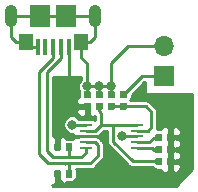
<source format=gtl>
G04 #@! TF.GenerationSoftware,KiCad,Pcbnew,5.0.2-bee76a0~70~ubuntu16.04.1*
G04 #@! TF.CreationDate,2018-12-16T16:52:19+05:30*
G04 #@! TF.ProjectId,voltage_6V,766f6c74-6167-4655-9f36-562e6b696361,rev?*
G04 #@! TF.SameCoordinates,Original*
G04 #@! TF.FileFunction,Copper,L1,Top*
G04 #@! TF.FilePolarity,Positive*
%FSLAX46Y46*%
G04 Gerber Fmt 4.6, Leading zero omitted, Abs format (unit mm)*
G04 Created by KiCad (PCBNEW 5.0.2-bee76a0~70~ubuntu16.04.1) date Sun Dec 16 16:52:19 2018*
%MOMM*%
%LPD*%
G01*
G04 APERTURE LIST*
G04 #@! TA.AperFunction,Conductor*
%ADD10C,0.100000*%
G04 #@! TD*
G04 #@! TA.AperFunction,SMDPad,CuDef*
%ADD11C,0.590000*%
G04 #@! TD*
G04 #@! TA.AperFunction,SMDPad,CuDef*
%ADD12R,1.100000X0.250000*%
G04 #@! TD*
G04 #@! TA.AperFunction,SMDPad,CuDef*
%ADD13R,1.750000X1.900000*%
G04 #@! TD*
G04 #@! TA.AperFunction,SMDPad,CuDef*
%ADD14R,0.400000X1.400000*%
G04 #@! TD*
G04 #@! TA.AperFunction,ComponentPad*
%ADD15O,1.050000X1.900000*%
G04 #@! TD*
G04 #@! TA.AperFunction,SMDPad,CuDef*
%ADD16R,1.150000X1.450000*%
G04 #@! TD*
G04 #@! TA.AperFunction,ComponentPad*
%ADD17R,1.700000X1.700000*%
G04 #@! TD*
G04 #@! TA.AperFunction,ComponentPad*
%ADD18O,1.700000X1.700000*%
G04 #@! TD*
G04 #@! TA.AperFunction,ViaPad*
%ADD19C,0.800000*%
G04 #@! TD*
G04 #@! TA.AperFunction,Conductor*
%ADD20C,0.250000*%
G04 #@! TD*
G04 #@! TA.AperFunction,Conductor*
%ADD21C,0.254000*%
G04 #@! TD*
G04 APERTURE END LIST*
D10*
G04 #@! TO.N,/A1*
G04 #@! TO.C,R2*
G36*
X154176958Y-98480710D02*
X154191276Y-98482834D01*
X154205317Y-98486351D01*
X154218946Y-98491228D01*
X154232031Y-98497417D01*
X154244447Y-98504858D01*
X154256073Y-98513481D01*
X154266798Y-98523202D01*
X154276519Y-98533927D01*
X154285142Y-98545553D01*
X154292583Y-98557969D01*
X154298772Y-98571054D01*
X154303649Y-98584683D01*
X154307166Y-98598724D01*
X154309290Y-98613042D01*
X154310000Y-98627500D01*
X154310000Y-98972500D01*
X154309290Y-98986958D01*
X154307166Y-99001276D01*
X154303649Y-99015317D01*
X154298772Y-99028946D01*
X154292583Y-99042031D01*
X154285142Y-99054447D01*
X154276519Y-99066073D01*
X154266798Y-99076798D01*
X154256073Y-99086519D01*
X154244447Y-99095142D01*
X154232031Y-99102583D01*
X154218946Y-99108772D01*
X154205317Y-99113649D01*
X154191276Y-99117166D01*
X154176958Y-99119290D01*
X154162500Y-99120000D01*
X153867500Y-99120000D01*
X153853042Y-99119290D01*
X153838724Y-99117166D01*
X153824683Y-99113649D01*
X153811054Y-99108772D01*
X153797969Y-99102583D01*
X153785553Y-99095142D01*
X153773927Y-99086519D01*
X153763202Y-99076798D01*
X153753481Y-99066073D01*
X153744858Y-99054447D01*
X153737417Y-99042031D01*
X153731228Y-99028946D01*
X153726351Y-99015317D01*
X153722834Y-99001276D01*
X153720710Y-98986958D01*
X153720000Y-98972500D01*
X153720000Y-98627500D01*
X153720710Y-98613042D01*
X153722834Y-98598724D01*
X153726351Y-98584683D01*
X153731228Y-98571054D01*
X153737417Y-98557969D01*
X153744858Y-98545553D01*
X153753481Y-98533927D01*
X153763202Y-98523202D01*
X153773927Y-98513481D01*
X153785553Y-98504858D01*
X153797969Y-98497417D01*
X153811054Y-98491228D01*
X153824683Y-98486351D01*
X153838724Y-98482834D01*
X153853042Y-98480710D01*
X153867500Y-98480000D01*
X154162500Y-98480000D01*
X154176958Y-98480710D01*
X154176958Y-98480710D01*
G37*
D11*
G04 #@! TD*
G04 #@! TO.P,R2,2*
G04 #@! TO.N,/A1*
X154015000Y-98800000D03*
D10*
G04 #@! TO.N,+3V3*
G04 #@! TO.C,R2*
G36*
X155146958Y-98480710D02*
X155161276Y-98482834D01*
X155175317Y-98486351D01*
X155188946Y-98491228D01*
X155202031Y-98497417D01*
X155214447Y-98504858D01*
X155226073Y-98513481D01*
X155236798Y-98523202D01*
X155246519Y-98533927D01*
X155255142Y-98545553D01*
X155262583Y-98557969D01*
X155268772Y-98571054D01*
X155273649Y-98584683D01*
X155277166Y-98598724D01*
X155279290Y-98613042D01*
X155280000Y-98627500D01*
X155280000Y-98972500D01*
X155279290Y-98986958D01*
X155277166Y-99001276D01*
X155273649Y-99015317D01*
X155268772Y-99028946D01*
X155262583Y-99042031D01*
X155255142Y-99054447D01*
X155246519Y-99066073D01*
X155236798Y-99076798D01*
X155226073Y-99086519D01*
X155214447Y-99095142D01*
X155202031Y-99102583D01*
X155188946Y-99108772D01*
X155175317Y-99113649D01*
X155161276Y-99117166D01*
X155146958Y-99119290D01*
X155132500Y-99120000D01*
X154837500Y-99120000D01*
X154823042Y-99119290D01*
X154808724Y-99117166D01*
X154794683Y-99113649D01*
X154781054Y-99108772D01*
X154767969Y-99102583D01*
X154755553Y-99095142D01*
X154743927Y-99086519D01*
X154733202Y-99076798D01*
X154723481Y-99066073D01*
X154714858Y-99054447D01*
X154707417Y-99042031D01*
X154701228Y-99028946D01*
X154696351Y-99015317D01*
X154692834Y-99001276D01*
X154690710Y-98986958D01*
X154690000Y-98972500D01*
X154690000Y-98627500D01*
X154690710Y-98613042D01*
X154692834Y-98598724D01*
X154696351Y-98584683D01*
X154701228Y-98571054D01*
X154707417Y-98557969D01*
X154714858Y-98545553D01*
X154723481Y-98533927D01*
X154733202Y-98523202D01*
X154743927Y-98513481D01*
X154755553Y-98504858D01*
X154767969Y-98497417D01*
X154781054Y-98491228D01*
X154794683Y-98486351D01*
X154808724Y-98482834D01*
X154823042Y-98480710D01*
X154837500Y-98480000D01*
X155132500Y-98480000D01*
X155146958Y-98480710D01*
X155146958Y-98480710D01*
G37*
D11*
G04 #@! TD*
G04 #@! TO.P,R2,1*
G04 #@! TO.N,+3V3*
X154985000Y-98800000D03*
D10*
G04 #@! TO.N,/ALERT*
G04 #@! TO.C,R6*
G36*
X154176958Y-96455845D02*
X154191276Y-96457969D01*
X154205317Y-96461486D01*
X154218946Y-96466363D01*
X154232031Y-96472552D01*
X154244447Y-96479993D01*
X154256073Y-96488616D01*
X154266798Y-96498337D01*
X154276519Y-96509062D01*
X154285142Y-96520688D01*
X154292583Y-96533104D01*
X154298772Y-96546189D01*
X154303649Y-96559818D01*
X154307166Y-96573859D01*
X154309290Y-96588177D01*
X154310000Y-96602635D01*
X154310000Y-96947635D01*
X154309290Y-96962093D01*
X154307166Y-96976411D01*
X154303649Y-96990452D01*
X154298772Y-97004081D01*
X154292583Y-97017166D01*
X154285142Y-97029582D01*
X154276519Y-97041208D01*
X154266798Y-97051933D01*
X154256073Y-97061654D01*
X154244447Y-97070277D01*
X154232031Y-97077718D01*
X154218946Y-97083907D01*
X154205317Y-97088784D01*
X154191276Y-97092301D01*
X154176958Y-97094425D01*
X154162500Y-97095135D01*
X153867500Y-97095135D01*
X153853042Y-97094425D01*
X153838724Y-97092301D01*
X153824683Y-97088784D01*
X153811054Y-97083907D01*
X153797969Y-97077718D01*
X153785553Y-97070277D01*
X153773927Y-97061654D01*
X153763202Y-97051933D01*
X153753481Y-97041208D01*
X153744858Y-97029582D01*
X153737417Y-97017166D01*
X153731228Y-97004081D01*
X153726351Y-96990452D01*
X153722834Y-96976411D01*
X153720710Y-96962093D01*
X153720000Y-96947635D01*
X153720000Y-96602635D01*
X153720710Y-96588177D01*
X153722834Y-96573859D01*
X153726351Y-96559818D01*
X153731228Y-96546189D01*
X153737417Y-96533104D01*
X153744858Y-96520688D01*
X153753481Y-96509062D01*
X153763202Y-96498337D01*
X153773927Y-96488616D01*
X153785553Y-96479993D01*
X153797969Y-96472552D01*
X153811054Y-96466363D01*
X153824683Y-96461486D01*
X153838724Y-96457969D01*
X153853042Y-96455845D01*
X153867500Y-96455135D01*
X154162500Y-96455135D01*
X154176958Y-96455845D01*
X154176958Y-96455845D01*
G37*
D11*
G04 #@! TD*
G04 #@! TO.P,R6,2*
G04 #@! TO.N,/ALERT*
X154015000Y-96775135D03*
D10*
G04 #@! TO.N,+3V3*
G04 #@! TO.C,R6*
G36*
X155146958Y-96455845D02*
X155161276Y-96457969D01*
X155175317Y-96461486D01*
X155188946Y-96466363D01*
X155202031Y-96472552D01*
X155214447Y-96479993D01*
X155226073Y-96488616D01*
X155236798Y-96498337D01*
X155246519Y-96509062D01*
X155255142Y-96520688D01*
X155262583Y-96533104D01*
X155268772Y-96546189D01*
X155273649Y-96559818D01*
X155277166Y-96573859D01*
X155279290Y-96588177D01*
X155280000Y-96602635D01*
X155280000Y-96947635D01*
X155279290Y-96962093D01*
X155277166Y-96976411D01*
X155273649Y-96990452D01*
X155268772Y-97004081D01*
X155262583Y-97017166D01*
X155255142Y-97029582D01*
X155246519Y-97041208D01*
X155236798Y-97051933D01*
X155226073Y-97061654D01*
X155214447Y-97070277D01*
X155202031Y-97077718D01*
X155188946Y-97083907D01*
X155175317Y-97088784D01*
X155161276Y-97092301D01*
X155146958Y-97094425D01*
X155132500Y-97095135D01*
X154837500Y-97095135D01*
X154823042Y-97094425D01*
X154808724Y-97092301D01*
X154794683Y-97088784D01*
X154781054Y-97083907D01*
X154767969Y-97077718D01*
X154755553Y-97070277D01*
X154743927Y-97061654D01*
X154733202Y-97051933D01*
X154723481Y-97041208D01*
X154714858Y-97029582D01*
X154707417Y-97017166D01*
X154701228Y-97004081D01*
X154696351Y-96990452D01*
X154692834Y-96976411D01*
X154690710Y-96962093D01*
X154690000Y-96947635D01*
X154690000Y-96602635D01*
X154690710Y-96588177D01*
X154692834Y-96573859D01*
X154696351Y-96559818D01*
X154701228Y-96546189D01*
X154707417Y-96533104D01*
X154714858Y-96520688D01*
X154723481Y-96509062D01*
X154733202Y-96498337D01*
X154743927Y-96488616D01*
X154755553Y-96479993D01*
X154767969Y-96472552D01*
X154781054Y-96466363D01*
X154794683Y-96461486D01*
X154808724Y-96457969D01*
X154823042Y-96455845D01*
X154837500Y-96455135D01*
X155132500Y-96455135D01*
X155146958Y-96455845D01*
X155146958Y-96455845D01*
G37*
D11*
G04 #@! TD*
G04 #@! TO.P,R6,1*
G04 #@! TO.N,+3V3*
X154985000Y-96775135D03*
D10*
G04 #@! TO.N,/ADDR*
G04 #@! TO.C,R5*
G36*
X154176958Y-97471845D02*
X154191276Y-97473969D01*
X154205317Y-97477486D01*
X154218946Y-97482363D01*
X154232031Y-97488552D01*
X154244447Y-97495993D01*
X154256073Y-97504616D01*
X154266798Y-97514337D01*
X154276519Y-97525062D01*
X154285142Y-97536688D01*
X154292583Y-97549104D01*
X154298772Y-97562189D01*
X154303649Y-97575818D01*
X154307166Y-97589859D01*
X154309290Y-97604177D01*
X154310000Y-97618635D01*
X154310000Y-97963635D01*
X154309290Y-97978093D01*
X154307166Y-97992411D01*
X154303649Y-98006452D01*
X154298772Y-98020081D01*
X154292583Y-98033166D01*
X154285142Y-98045582D01*
X154276519Y-98057208D01*
X154266798Y-98067933D01*
X154256073Y-98077654D01*
X154244447Y-98086277D01*
X154232031Y-98093718D01*
X154218946Y-98099907D01*
X154205317Y-98104784D01*
X154191276Y-98108301D01*
X154176958Y-98110425D01*
X154162500Y-98111135D01*
X153867500Y-98111135D01*
X153853042Y-98110425D01*
X153838724Y-98108301D01*
X153824683Y-98104784D01*
X153811054Y-98099907D01*
X153797969Y-98093718D01*
X153785553Y-98086277D01*
X153773927Y-98077654D01*
X153763202Y-98067933D01*
X153753481Y-98057208D01*
X153744858Y-98045582D01*
X153737417Y-98033166D01*
X153731228Y-98020081D01*
X153726351Y-98006452D01*
X153722834Y-97992411D01*
X153720710Y-97978093D01*
X153720000Y-97963635D01*
X153720000Y-97618635D01*
X153720710Y-97604177D01*
X153722834Y-97589859D01*
X153726351Y-97575818D01*
X153731228Y-97562189D01*
X153737417Y-97549104D01*
X153744858Y-97536688D01*
X153753481Y-97525062D01*
X153763202Y-97514337D01*
X153773927Y-97504616D01*
X153785553Y-97495993D01*
X153797969Y-97488552D01*
X153811054Y-97482363D01*
X153824683Y-97477486D01*
X153838724Y-97473969D01*
X153853042Y-97471845D01*
X153867500Y-97471135D01*
X154162500Y-97471135D01*
X154176958Y-97471845D01*
X154176958Y-97471845D01*
G37*
D11*
G04 #@! TD*
G04 #@! TO.P,R5,2*
G04 #@! TO.N,/ADDR*
X154015000Y-97791135D03*
D10*
G04 #@! TO.N,+3V3*
G04 #@! TO.C,R5*
G36*
X155146958Y-97471845D02*
X155161276Y-97473969D01*
X155175317Y-97477486D01*
X155188946Y-97482363D01*
X155202031Y-97488552D01*
X155214447Y-97495993D01*
X155226073Y-97504616D01*
X155236798Y-97514337D01*
X155246519Y-97525062D01*
X155255142Y-97536688D01*
X155262583Y-97549104D01*
X155268772Y-97562189D01*
X155273649Y-97575818D01*
X155277166Y-97589859D01*
X155279290Y-97604177D01*
X155280000Y-97618635D01*
X155280000Y-97963635D01*
X155279290Y-97978093D01*
X155277166Y-97992411D01*
X155273649Y-98006452D01*
X155268772Y-98020081D01*
X155262583Y-98033166D01*
X155255142Y-98045582D01*
X155246519Y-98057208D01*
X155236798Y-98067933D01*
X155226073Y-98077654D01*
X155214447Y-98086277D01*
X155202031Y-98093718D01*
X155188946Y-98099907D01*
X155175317Y-98104784D01*
X155161276Y-98108301D01*
X155146958Y-98110425D01*
X155132500Y-98111135D01*
X154837500Y-98111135D01*
X154823042Y-98110425D01*
X154808724Y-98108301D01*
X154794683Y-98104784D01*
X154781054Y-98099907D01*
X154767969Y-98093718D01*
X154755553Y-98086277D01*
X154743927Y-98077654D01*
X154733202Y-98067933D01*
X154723481Y-98057208D01*
X154714858Y-98045582D01*
X154707417Y-98033166D01*
X154701228Y-98020081D01*
X154696351Y-98006452D01*
X154692834Y-97992411D01*
X154690710Y-97978093D01*
X154690000Y-97963635D01*
X154690000Y-97618635D01*
X154690710Y-97604177D01*
X154692834Y-97589859D01*
X154696351Y-97575818D01*
X154701228Y-97562189D01*
X154707417Y-97549104D01*
X154714858Y-97536688D01*
X154723481Y-97525062D01*
X154733202Y-97514337D01*
X154743927Y-97504616D01*
X154755553Y-97495993D01*
X154767969Y-97488552D01*
X154781054Y-97482363D01*
X154794683Y-97477486D01*
X154808724Y-97473969D01*
X154823042Y-97471845D01*
X154837500Y-97471135D01*
X155132500Y-97471135D01*
X155146958Y-97471845D01*
X155146958Y-97471845D01*
G37*
D11*
G04 #@! TD*
G04 #@! TO.P,R5,1*
G04 #@! TO.N,+3V3*
X154985000Y-97791135D03*
D12*
G04 #@! TO.P,U1,10*
G04 #@! TO.N,/SCL*
X147851000Y-97684000D03*
G04 #@! TO.P,U1,9*
G04 #@! TO.N,/SDA*
X147851000Y-97184000D03*
G04 #@! TO.P,U1,8*
G04 #@! TO.N,+3V3*
X147851000Y-96684000D03*
G04 #@! TO.P,U1,7*
G04 #@! TO.N,/A1*
X147851000Y-96184000D03*
G04 #@! TO.P,U1,6*
G04 #@! TO.N,GND*
X147851000Y-95684000D03*
G04 #@! TO.P,U1,5*
G04 #@! TO.N,/A1*
X152151000Y-95684000D03*
G04 #@! TO.P,U1,4*
G04 #@! TO.N,/A0*
X152151000Y-96184000D03*
G04 #@! TO.P,U1,3*
G04 #@! TO.N,GND*
X152151000Y-96684000D03*
G04 #@! TO.P,U1,2*
G04 #@! TO.N,/ALERT*
X152151000Y-97184000D03*
G04 #@! TO.P,U1,1*
G04 #@! TO.N,/ADDR*
X152151000Y-97684000D03*
G04 #@! TD*
D10*
G04 #@! TO.N,/A0*
G04 #@! TO.C,R1*
G36*
X151203958Y-93826710D02*
X151218276Y-93828834D01*
X151232317Y-93832351D01*
X151245946Y-93837228D01*
X151259031Y-93843417D01*
X151271447Y-93850858D01*
X151283073Y-93859481D01*
X151293798Y-93869202D01*
X151303519Y-93879927D01*
X151312142Y-93891553D01*
X151319583Y-93903969D01*
X151325772Y-93917054D01*
X151330649Y-93930683D01*
X151334166Y-93944724D01*
X151336290Y-93959042D01*
X151337000Y-93973500D01*
X151337000Y-94268500D01*
X151336290Y-94282958D01*
X151334166Y-94297276D01*
X151330649Y-94311317D01*
X151325772Y-94324946D01*
X151319583Y-94338031D01*
X151312142Y-94350447D01*
X151303519Y-94362073D01*
X151293798Y-94372798D01*
X151283073Y-94382519D01*
X151271447Y-94391142D01*
X151259031Y-94398583D01*
X151245946Y-94404772D01*
X151232317Y-94409649D01*
X151218276Y-94413166D01*
X151203958Y-94415290D01*
X151189500Y-94416000D01*
X150844500Y-94416000D01*
X150830042Y-94415290D01*
X150815724Y-94413166D01*
X150801683Y-94409649D01*
X150788054Y-94404772D01*
X150774969Y-94398583D01*
X150762553Y-94391142D01*
X150750927Y-94382519D01*
X150740202Y-94372798D01*
X150730481Y-94362073D01*
X150721858Y-94350447D01*
X150714417Y-94338031D01*
X150708228Y-94324946D01*
X150703351Y-94311317D01*
X150699834Y-94297276D01*
X150697710Y-94282958D01*
X150697000Y-94268500D01*
X150697000Y-93973500D01*
X150697710Y-93959042D01*
X150699834Y-93944724D01*
X150703351Y-93930683D01*
X150708228Y-93917054D01*
X150714417Y-93903969D01*
X150721858Y-93891553D01*
X150730481Y-93879927D01*
X150740202Y-93869202D01*
X150750927Y-93859481D01*
X150762553Y-93850858D01*
X150774969Y-93843417D01*
X150788054Y-93837228D01*
X150801683Y-93832351D01*
X150815724Y-93828834D01*
X150830042Y-93826710D01*
X150844500Y-93826000D01*
X151189500Y-93826000D01*
X151203958Y-93826710D01*
X151203958Y-93826710D01*
G37*
D11*
G04 #@! TD*
G04 #@! TO.P,R1,2*
G04 #@! TO.N,/A0*
X151017000Y-94121000D03*
D10*
G04 #@! TO.N,/IN+*
G04 #@! TO.C,R1*
G36*
X151203958Y-92856710D02*
X151218276Y-92858834D01*
X151232317Y-92862351D01*
X151245946Y-92867228D01*
X151259031Y-92873417D01*
X151271447Y-92880858D01*
X151283073Y-92889481D01*
X151293798Y-92899202D01*
X151303519Y-92909927D01*
X151312142Y-92921553D01*
X151319583Y-92933969D01*
X151325772Y-92947054D01*
X151330649Y-92960683D01*
X151334166Y-92974724D01*
X151336290Y-92989042D01*
X151337000Y-93003500D01*
X151337000Y-93298500D01*
X151336290Y-93312958D01*
X151334166Y-93327276D01*
X151330649Y-93341317D01*
X151325772Y-93354946D01*
X151319583Y-93368031D01*
X151312142Y-93380447D01*
X151303519Y-93392073D01*
X151293798Y-93402798D01*
X151283073Y-93412519D01*
X151271447Y-93421142D01*
X151259031Y-93428583D01*
X151245946Y-93434772D01*
X151232317Y-93439649D01*
X151218276Y-93443166D01*
X151203958Y-93445290D01*
X151189500Y-93446000D01*
X150844500Y-93446000D01*
X150830042Y-93445290D01*
X150815724Y-93443166D01*
X150801683Y-93439649D01*
X150788054Y-93434772D01*
X150774969Y-93428583D01*
X150762553Y-93421142D01*
X150750927Y-93412519D01*
X150740202Y-93402798D01*
X150730481Y-93392073D01*
X150721858Y-93380447D01*
X150714417Y-93368031D01*
X150708228Y-93354946D01*
X150703351Y-93341317D01*
X150699834Y-93327276D01*
X150697710Y-93312958D01*
X150697000Y-93298500D01*
X150697000Y-93003500D01*
X150697710Y-92989042D01*
X150699834Y-92974724D01*
X150703351Y-92960683D01*
X150708228Y-92947054D01*
X150714417Y-92933969D01*
X150721858Y-92921553D01*
X150730481Y-92909927D01*
X150740202Y-92899202D01*
X150750927Y-92889481D01*
X150762553Y-92880858D01*
X150774969Y-92873417D01*
X150788054Y-92867228D01*
X150801683Y-92862351D01*
X150815724Y-92858834D01*
X150830042Y-92856710D01*
X150844500Y-92856000D01*
X151189500Y-92856000D01*
X151203958Y-92856710D01*
X151203958Y-92856710D01*
G37*
D11*
G04 #@! TD*
G04 #@! TO.P,R1,1*
G04 #@! TO.N,/IN+*
X151017000Y-93151000D03*
D10*
G04 #@! TO.N,GND*
G04 #@! TO.C,R3*
G36*
X150187958Y-92856710D02*
X150202276Y-92858834D01*
X150216317Y-92862351D01*
X150229946Y-92867228D01*
X150243031Y-92873417D01*
X150255447Y-92880858D01*
X150267073Y-92889481D01*
X150277798Y-92899202D01*
X150287519Y-92909927D01*
X150296142Y-92921553D01*
X150303583Y-92933969D01*
X150309772Y-92947054D01*
X150314649Y-92960683D01*
X150318166Y-92974724D01*
X150320290Y-92989042D01*
X150321000Y-93003500D01*
X150321000Y-93298500D01*
X150320290Y-93312958D01*
X150318166Y-93327276D01*
X150314649Y-93341317D01*
X150309772Y-93354946D01*
X150303583Y-93368031D01*
X150296142Y-93380447D01*
X150287519Y-93392073D01*
X150277798Y-93402798D01*
X150267073Y-93412519D01*
X150255447Y-93421142D01*
X150243031Y-93428583D01*
X150229946Y-93434772D01*
X150216317Y-93439649D01*
X150202276Y-93443166D01*
X150187958Y-93445290D01*
X150173500Y-93446000D01*
X149828500Y-93446000D01*
X149814042Y-93445290D01*
X149799724Y-93443166D01*
X149785683Y-93439649D01*
X149772054Y-93434772D01*
X149758969Y-93428583D01*
X149746553Y-93421142D01*
X149734927Y-93412519D01*
X149724202Y-93402798D01*
X149714481Y-93392073D01*
X149705858Y-93380447D01*
X149698417Y-93368031D01*
X149692228Y-93354946D01*
X149687351Y-93341317D01*
X149683834Y-93327276D01*
X149681710Y-93312958D01*
X149681000Y-93298500D01*
X149681000Y-93003500D01*
X149681710Y-92989042D01*
X149683834Y-92974724D01*
X149687351Y-92960683D01*
X149692228Y-92947054D01*
X149698417Y-92933969D01*
X149705858Y-92921553D01*
X149714481Y-92909927D01*
X149724202Y-92899202D01*
X149734927Y-92889481D01*
X149746553Y-92880858D01*
X149758969Y-92873417D01*
X149772054Y-92867228D01*
X149785683Y-92862351D01*
X149799724Y-92858834D01*
X149814042Y-92856710D01*
X149828500Y-92856000D01*
X150173500Y-92856000D01*
X150187958Y-92856710D01*
X150187958Y-92856710D01*
G37*
D11*
G04 #@! TD*
G04 #@! TO.P,R3,2*
G04 #@! TO.N,GND*
X150001000Y-93151000D03*
D10*
G04 #@! TO.N,/A0*
G04 #@! TO.C,R3*
G36*
X150187958Y-93826710D02*
X150202276Y-93828834D01*
X150216317Y-93832351D01*
X150229946Y-93837228D01*
X150243031Y-93843417D01*
X150255447Y-93850858D01*
X150267073Y-93859481D01*
X150277798Y-93869202D01*
X150287519Y-93879927D01*
X150296142Y-93891553D01*
X150303583Y-93903969D01*
X150309772Y-93917054D01*
X150314649Y-93930683D01*
X150318166Y-93944724D01*
X150320290Y-93959042D01*
X150321000Y-93973500D01*
X150321000Y-94268500D01*
X150320290Y-94282958D01*
X150318166Y-94297276D01*
X150314649Y-94311317D01*
X150309772Y-94324946D01*
X150303583Y-94338031D01*
X150296142Y-94350447D01*
X150287519Y-94362073D01*
X150277798Y-94372798D01*
X150267073Y-94382519D01*
X150255447Y-94391142D01*
X150243031Y-94398583D01*
X150229946Y-94404772D01*
X150216317Y-94409649D01*
X150202276Y-94413166D01*
X150187958Y-94415290D01*
X150173500Y-94416000D01*
X149828500Y-94416000D01*
X149814042Y-94415290D01*
X149799724Y-94413166D01*
X149785683Y-94409649D01*
X149772054Y-94404772D01*
X149758969Y-94398583D01*
X149746553Y-94391142D01*
X149734927Y-94382519D01*
X149724202Y-94372798D01*
X149714481Y-94362073D01*
X149705858Y-94350447D01*
X149698417Y-94338031D01*
X149692228Y-94324946D01*
X149687351Y-94311317D01*
X149683834Y-94297276D01*
X149681710Y-94282958D01*
X149681000Y-94268500D01*
X149681000Y-93973500D01*
X149681710Y-93959042D01*
X149683834Y-93944724D01*
X149687351Y-93930683D01*
X149692228Y-93917054D01*
X149698417Y-93903969D01*
X149705858Y-93891553D01*
X149714481Y-93879927D01*
X149724202Y-93869202D01*
X149734927Y-93859481D01*
X149746553Y-93850858D01*
X149758969Y-93843417D01*
X149772054Y-93837228D01*
X149785683Y-93832351D01*
X149799724Y-93828834D01*
X149814042Y-93826710D01*
X149828500Y-93826000D01*
X150173500Y-93826000D01*
X150187958Y-93826710D01*
X150187958Y-93826710D01*
G37*
D11*
G04 #@! TD*
G04 #@! TO.P,R3,1*
G04 #@! TO.N,/A0*
X150001000Y-94121000D03*
D10*
G04 #@! TO.N,GND*
G04 #@! TO.C,R4*
G36*
X149171958Y-92856710D02*
X149186276Y-92858834D01*
X149200317Y-92862351D01*
X149213946Y-92867228D01*
X149227031Y-92873417D01*
X149239447Y-92880858D01*
X149251073Y-92889481D01*
X149261798Y-92899202D01*
X149271519Y-92909927D01*
X149280142Y-92921553D01*
X149287583Y-92933969D01*
X149293772Y-92947054D01*
X149298649Y-92960683D01*
X149302166Y-92974724D01*
X149304290Y-92989042D01*
X149305000Y-93003500D01*
X149305000Y-93298500D01*
X149304290Y-93312958D01*
X149302166Y-93327276D01*
X149298649Y-93341317D01*
X149293772Y-93354946D01*
X149287583Y-93368031D01*
X149280142Y-93380447D01*
X149271519Y-93392073D01*
X149261798Y-93402798D01*
X149251073Y-93412519D01*
X149239447Y-93421142D01*
X149227031Y-93428583D01*
X149213946Y-93434772D01*
X149200317Y-93439649D01*
X149186276Y-93443166D01*
X149171958Y-93445290D01*
X149157500Y-93446000D01*
X148812500Y-93446000D01*
X148798042Y-93445290D01*
X148783724Y-93443166D01*
X148769683Y-93439649D01*
X148756054Y-93434772D01*
X148742969Y-93428583D01*
X148730553Y-93421142D01*
X148718927Y-93412519D01*
X148708202Y-93402798D01*
X148698481Y-93392073D01*
X148689858Y-93380447D01*
X148682417Y-93368031D01*
X148676228Y-93354946D01*
X148671351Y-93341317D01*
X148667834Y-93327276D01*
X148665710Y-93312958D01*
X148665000Y-93298500D01*
X148665000Y-93003500D01*
X148665710Y-92989042D01*
X148667834Y-92974724D01*
X148671351Y-92960683D01*
X148676228Y-92947054D01*
X148682417Y-92933969D01*
X148689858Y-92921553D01*
X148698481Y-92909927D01*
X148708202Y-92899202D01*
X148718927Y-92889481D01*
X148730553Y-92880858D01*
X148742969Y-92873417D01*
X148756054Y-92867228D01*
X148769683Y-92862351D01*
X148783724Y-92858834D01*
X148798042Y-92856710D01*
X148812500Y-92856000D01*
X149157500Y-92856000D01*
X149171958Y-92856710D01*
X149171958Y-92856710D01*
G37*
D11*
G04 #@! TD*
G04 #@! TO.P,R4,2*
G04 #@! TO.N,GND*
X148985000Y-93151000D03*
D10*
G04 #@! TO.N,/A1*
G04 #@! TO.C,R4*
G36*
X149171958Y-93826710D02*
X149186276Y-93828834D01*
X149200317Y-93832351D01*
X149213946Y-93837228D01*
X149227031Y-93843417D01*
X149239447Y-93850858D01*
X149251073Y-93859481D01*
X149261798Y-93869202D01*
X149271519Y-93879927D01*
X149280142Y-93891553D01*
X149287583Y-93903969D01*
X149293772Y-93917054D01*
X149298649Y-93930683D01*
X149302166Y-93944724D01*
X149304290Y-93959042D01*
X149305000Y-93973500D01*
X149305000Y-94268500D01*
X149304290Y-94282958D01*
X149302166Y-94297276D01*
X149298649Y-94311317D01*
X149293772Y-94324946D01*
X149287583Y-94338031D01*
X149280142Y-94350447D01*
X149271519Y-94362073D01*
X149261798Y-94372798D01*
X149251073Y-94382519D01*
X149239447Y-94391142D01*
X149227031Y-94398583D01*
X149213946Y-94404772D01*
X149200317Y-94409649D01*
X149186276Y-94413166D01*
X149171958Y-94415290D01*
X149157500Y-94416000D01*
X148812500Y-94416000D01*
X148798042Y-94415290D01*
X148783724Y-94413166D01*
X148769683Y-94409649D01*
X148756054Y-94404772D01*
X148742969Y-94398583D01*
X148730553Y-94391142D01*
X148718927Y-94382519D01*
X148708202Y-94372798D01*
X148698481Y-94362073D01*
X148689858Y-94350447D01*
X148682417Y-94338031D01*
X148676228Y-94324946D01*
X148671351Y-94311317D01*
X148667834Y-94297276D01*
X148665710Y-94282958D01*
X148665000Y-94268500D01*
X148665000Y-93973500D01*
X148665710Y-93959042D01*
X148667834Y-93944724D01*
X148671351Y-93930683D01*
X148676228Y-93917054D01*
X148682417Y-93903969D01*
X148689858Y-93891553D01*
X148698481Y-93879927D01*
X148708202Y-93869202D01*
X148718927Y-93859481D01*
X148730553Y-93850858D01*
X148742969Y-93843417D01*
X148756054Y-93837228D01*
X148769683Y-93832351D01*
X148783724Y-93828834D01*
X148798042Y-93826710D01*
X148812500Y-93826000D01*
X149157500Y-93826000D01*
X149171958Y-93826710D01*
X149171958Y-93826710D01*
G37*
D11*
G04 #@! TD*
G04 #@! TO.P,R4,1*
G04 #@! TO.N,/A1*
X148985000Y-94121000D03*
D10*
G04 #@! TO.N,GND*
G04 #@! TO.C,C1*
G36*
X148155958Y-92856710D02*
X148170276Y-92858834D01*
X148184317Y-92862351D01*
X148197946Y-92867228D01*
X148211031Y-92873417D01*
X148223447Y-92880858D01*
X148235073Y-92889481D01*
X148245798Y-92899202D01*
X148255519Y-92909927D01*
X148264142Y-92921553D01*
X148271583Y-92933969D01*
X148277772Y-92947054D01*
X148282649Y-92960683D01*
X148286166Y-92974724D01*
X148288290Y-92989042D01*
X148289000Y-93003500D01*
X148289000Y-93298500D01*
X148288290Y-93312958D01*
X148286166Y-93327276D01*
X148282649Y-93341317D01*
X148277772Y-93354946D01*
X148271583Y-93368031D01*
X148264142Y-93380447D01*
X148255519Y-93392073D01*
X148245798Y-93402798D01*
X148235073Y-93412519D01*
X148223447Y-93421142D01*
X148211031Y-93428583D01*
X148197946Y-93434772D01*
X148184317Y-93439649D01*
X148170276Y-93443166D01*
X148155958Y-93445290D01*
X148141500Y-93446000D01*
X147796500Y-93446000D01*
X147782042Y-93445290D01*
X147767724Y-93443166D01*
X147753683Y-93439649D01*
X147740054Y-93434772D01*
X147726969Y-93428583D01*
X147714553Y-93421142D01*
X147702927Y-93412519D01*
X147692202Y-93402798D01*
X147682481Y-93392073D01*
X147673858Y-93380447D01*
X147666417Y-93368031D01*
X147660228Y-93354946D01*
X147655351Y-93341317D01*
X147651834Y-93327276D01*
X147649710Y-93312958D01*
X147649000Y-93298500D01*
X147649000Y-93003500D01*
X147649710Y-92989042D01*
X147651834Y-92974724D01*
X147655351Y-92960683D01*
X147660228Y-92947054D01*
X147666417Y-92933969D01*
X147673858Y-92921553D01*
X147682481Y-92909927D01*
X147692202Y-92899202D01*
X147702927Y-92889481D01*
X147714553Y-92880858D01*
X147726969Y-92873417D01*
X147740054Y-92867228D01*
X147753683Y-92862351D01*
X147767724Y-92858834D01*
X147782042Y-92856710D01*
X147796500Y-92856000D01*
X148141500Y-92856000D01*
X148155958Y-92856710D01*
X148155958Y-92856710D01*
G37*
D11*
G04 #@! TD*
G04 #@! TO.P,C1,1*
G04 #@! TO.N,GND*
X147969000Y-93151000D03*
D10*
G04 #@! TO.N,+3V3*
G04 #@! TO.C,C1*
G36*
X148155958Y-93826710D02*
X148170276Y-93828834D01*
X148184317Y-93832351D01*
X148197946Y-93837228D01*
X148211031Y-93843417D01*
X148223447Y-93850858D01*
X148235073Y-93859481D01*
X148245798Y-93869202D01*
X148255519Y-93879927D01*
X148264142Y-93891553D01*
X148271583Y-93903969D01*
X148277772Y-93917054D01*
X148282649Y-93930683D01*
X148286166Y-93944724D01*
X148288290Y-93959042D01*
X148289000Y-93973500D01*
X148289000Y-94268500D01*
X148288290Y-94282958D01*
X148286166Y-94297276D01*
X148282649Y-94311317D01*
X148277772Y-94324946D01*
X148271583Y-94338031D01*
X148264142Y-94350447D01*
X148255519Y-94362073D01*
X148245798Y-94372798D01*
X148235073Y-94382519D01*
X148223447Y-94391142D01*
X148211031Y-94398583D01*
X148197946Y-94404772D01*
X148184317Y-94409649D01*
X148170276Y-94413166D01*
X148155958Y-94415290D01*
X148141500Y-94416000D01*
X147796500Y-94416000D01*
X147782042Y-94415290D01*
X147767724Y-94413166D01*
X147753683Y-94409649D01*
X147740054Y-94404772D01*
X147726969Y-94398583D01*
X147714553Y-94391142D01*
X147702927Y-94382519D01*
X147692202Y-94372798D01*
X147682481Y-94362073D01*
X147673858Y-94350447D01*
X147666417Y-94338031D01*
X147660228Y-94324946D01*
X147655351Y-94311317D01*
X147651834Y-94297276D01*
X147649710Y-94282958D01*
X147649000Y-94268500D01*
X147649000Y-93973500D01*
X147649710Y-93959042D01*
X147651834Y-93944724D01*
X147655351Y-93930683D01*
X147660228Y-93917054D01*
X147666417Y-93903969D01*
X147673858Y-93891553D01*
X147682481Y-93879927D01*
X147692202Y-93869202D01*
X147702927Y-93859481D01*
X147714553Y-93850858D01*
X147726969Y-93843417D01*
X147740054Y-93837228D01*
X147753683Y-93832351D01*
X147767724Y-93828834D01*
X147782042Y-93826710D01*
X147796500Y-93826000D01*
X148141500Y-93826000D01*
X148155958Y-93826710D01*
X148155958Y-93826710D01*
G37*
D11*
G04 #@! TD*
G04 #@! TO.P,C1,2*
G04 #@! TO.N,+3V3*
X147969000Y-94121000D03*
D10*
G04 #@! TO.N,/SCL*
G04 #@! TO.C,R7*
G36*
X146583958Y-97253710D02*
X146598276Y-97255834D01*
X146612317Y-97259351D01*
X146625946Y-97264228D01*
X146639031Y-97270417D01*
X146651447Y-97277858D01*
X146663073Y-97286481D01*
X146673798Y-97296202D01*
X146683519Y-97306927D01*
X146692142Y-97318553D01*
X146699583Y-97330969D01*
X146705772Y-97344054D01*
X146710649Y-97357683D01*
X146714166Y-97371724D01*
X146716290Y-97386042D01*
X146717000Y-97400500D01*
X146717000Y-97745500D01*
X146716290Y-97759958D01*
X146714166Y-97774276D01*
X146710649Y-97788317D01*
X146705772Y-97801946D01*
X146699583Y-97815031D01*
X146692142Y-97827447D01*
X146683519Y-97839073D01*
X146673798Y-97849798D01*
X146663073Y-97859519D01*
X146651447Y-97868142D01*
X146639031Y-97875583D01*
X146625946Y-97881772D01*
X146612317Y-97886649D01*
X146598276Y-97890166D01*
X146583958Y-97892290D01*
X146569500Y-97893000D01*
X146274500Y-97893000D01*
X146260042Y-97892290D01*
X146245724Y-97890166D01*
X146231683Y-97886649D01*
X146218054Y-97881772D01*
X146204969Y-97875583D01*
X146192553Y-97868142D01*
X146180927Y-97859519D01*
X146170202Y-97849798D01*
X146160481Y-97839073D01*
X146151858Y-97827447D01*
X146144417Y-97815031D01*
X146138228Y-97801946D01*
X146133351Y-97788317D01*
X146129834Y-97774276D01*
X146127710Y-97759958D01*
X146127000Y-97745500D01*
X146127000Y-97400500D01*
X146127710Y-97386042D01*
X146129834Y-97371724D01*
X146133351Y-97357683D01*
X146138228Y-97344054D01*
X146144417Y-97330969D01*
X146151858Y-97318553D01*
X146160481Y-97306927D01*
X146170202Y-97296202D01*
X146180927Y-97286481D01*
X146192553Y-97277858D01*
X146204969Y-97270417D01*
X146218054Y-97264228D01*
X146231683Y-97259351D01*
X146245724Y-97255834D01*
X146260042Y-97253710D01*
X146274500Y-97253000D01*
X146569500Y-97253000D01*
X146583958Y-97253710D01*
X146583958Y-97253710D01*
G37*
D11*
G04 #@! TD*
G04 #@! TO.P,R7,2*
G04 #@! TO.N,/SCL*
X146422000Y-97573000D03*
D10*
G04 #@! TO.N,+3V3*
G04 #@! TO.C,R7*
G36*
X145613958Y-97253710D02*
X145628276Y-97255834D01*
X145642317Y-97259351D01*
X145655946Y-97264228D01*
X145669031Y-97270417D01*
X145681447Y-97277858D01*
X145693073Y-97286481D01*
X145703798Y-97296202D01*
X145713519Y-97306927D01*
X145722142Y-97318553D01*
X145729583Y-97330969D01*
X145735772Y-97344054D01*
X145740649Y-97357683D01*
X145744166Y-97371724D01*
X145746290Y-97386042D01*
X145747000Y-97400500D01*
X145747000Y-97745500D01*
X145746290Y-97759958D01*
X145744166Y-97774276D01*
X145740649Y-97788317D01*
X145735772Y-97801946D01*
X145729583Y-97815031D01*
X145722142Y-97827447D01*
X145713519Y-97839073D01*
X145703798Y-97849798D01*
X145693073Y-97859519D01*
X145681447Y-97868142D01*
X145669031Y-97875583D01*
X145655946Y-97881772D01*
X145642317Y-97886649D01*
X145628276Y-97890166D01*
X145613958Y-97892290D01*
X145599500Y-97893000D01*
X145304500Y-97893000D01*
X145290042Y-97892290D01*
X145275724Y-97890166D01*
X145261683Y-97886649D01*
X145248054Y-97881772D01*
X145234969Y-97875583D01*
X145222553Y-97868142D01*
X145210927Y-97859519D01*
X145200202Y-97849798D01*
X145190481Y-97839073D01*
X145181858Y-97827447D01*
X145174417Y-97815031D01*
X145168228Y-97801946D01*
X145163351Y-97788317D01*
X145159834Y-97774276D01*
X145157710Y-97759958D01*
X145157000Y-97745500D01*
X145157000Y-97400500D01*
X145157710Y-97386042D01*
X145159834Y-97371724D01*
X145163351Y-97357683D01*
X145168228Y-97344054D01*
X145174417Y-97330969D01*
X145181858Y-97318553D01*
X145190481Y-97306927D01*
X145200202Y-97296202D01*
X145210927Y-97286481D01*
X145222553Y-97277858D01*
X145234969Y-97270417D01*
X145248054Y-97264228D01*
X145261683Y-97259351D01*
X145275724Y-97255834D01*
X145290042Y-97253710D01*
X145304500Y-97253000D01*
X145599500Y-97253000D01*
X145613958Y-97253710D01*
X145613958Y-97253710D01*
G37*
D11*
G04 #@! TD*
G04 #@! TO.P,R7,1*
G04 #@! TO.N,+3V3*
X145452000Y-97573000D03*
D10*
G04 #@! TO.N,/SDA*
G04 #@! TO.C,R8*
G36*
X146583958Y-99539710D02*
X146598276Y-99541834D01*
X146612317Y-99545351D01*
X146625946Y-99550228D01*
X146639031Y-99556417D01*
X146651447Y-99563858D01*
X146663073Y-99572481D01*
X146673798Y-99582202D01*
X146683519Y-99592927D01*
X146692142Y-99604553D01*
X146699583Y-99616969D01*
X146705772Y-99630054D01*
X146710649Y-99643683D01*
X146714166Y-99657724D01*
X146716290Y-99672042D01*
X146717000Y-99686500D01*
X146717000Y-100031500D01*
X146716290Y-100045958D01*
X146714166Y-100060276D01*
X146710649Y-100074317D01*
X146705772Y-100087946D01*
X146699583Y-100101031D01*
X146692142Y-100113447D01*
X146683519Y-100125073D01*
X146673798Y-100135798D01*
X146663073Y-100145519D01*
X146651447Y-100154142D01*
X146639031Y-100161583D01*
X146625946Y-100167772D01*
X146612317Y-100172649D01*
X146598276Y-100176166D01*
X146583958Y-100178290D01*
X146569500Y-100179000D01*
X146274500Y-100179000D01*
X146260042Y-100178290D01*
X146245724Y-100176166D01*
X146231683Y-100172649D01*
X146218054Y-100167772D01*
X146204969Y-100161583D01*
X146192553Y-100154142D01*
X146180927Y-100145519D01*
X146170202Y-100135798D01*
X146160481Y-100125073D01*
X146151858Y-100113447D01*
X146144417Y-100101031D01*
X146138228Y-100087946D01*
X146133351Y-100074317D01*
X146129834Y-100060276D01*
X146127710Y-100045958D01*
X146127000Y-100031500D01*
X146127000Y-99686500D01*
X146127710Y-99672042D01*
X146129834Y-99657724D01*
X146133351Y-99643683D01*
X146138228Y-99630054D01*
X146144417Y-99616969D01*
X146151858Y-99604553D01*
X146160481Y-99592927D01*
X146170202Y-99582202D01*
X146180927Y-99572481D01*
X146192553Y-99563858D01*
X146204969Y-99556417D01*
X146218054Y-99550228D01*
X146231683Y-99545351D01*
X146245724Y-99541834D01*
X146260042Y-99539710D01*
X146274500Y-99539000D01*
X146569500Y-99539000D01*
X146583958Y-99539710D01*
X146583958Y-99539710D01*
G37*
D11*
G04 #@! TD*
G04 #@! TO.P,R8,2*
G04 #@! TO.N,/SDA*
X146422000Y-99859000D03*
D10*
G04 #@! TO.N,+3V3*
G04 #@! TO.C,R8*
G36*
X145613958Y-99539710D02*
X145628276Y-99541834D01*
X145642317Y-99545351D01*
X145655946Y-99550228D01*
X145669031Y-99556417D01*
X145681447Y-99563858D01*
X145693073Y-99572481D01*
X145703798Y-99582202D01*
X145713519Y-99592927D01*
X145722142Y-99604553D01*
X145729583Y-99616969D01*
X145735772Y-99630054D01*
X145740649Y-99643683D01*
X145744166Y-99657724D01*
X145746290Y-99672042D01*
X145747000Y-99686500D01*
X145747000Y-100031500D01*
X145746290Y-100045958D01*
X145744166Y-100060276D01*
X145740649Y-100074317D01*
X145735772Y-100087946D01*
X145729583Y-100101031D01*
X145722142Y-100113447D01*
X145713519Y-100125073D01*
X145703798Y-100135798D01*
X145693073Y-100145519D01*
X145681447Y-100154142D01*
X145669031Y-100161583D01*
X145655946Y-100167772D01*
X145642317Y-100172649D01*
X145628276Y-100176166D01*
X145613958Y-100178290D01*
X145599500Y-100179000D01*
X145304500Y-100179000D01*
X145290042Y-100178290D01*
X145275724Y-100176166D01*
X145261683Y-100172649D01*
X145248054Y-100167772D01*
X145234969Y-100161583D01*
X145222553Y-100154142D01*
X145210927Y-100145519D01*
X145200202Y-100135798D01*
X145190481Y-100125073D01*
X145181858Y-100113447D01*
X145174417Y-100101031D01*
X145168228Y-100087946D01*
X145163351Y-100074317D01*
X145159834Y-100060276D01*
X145157710Y-100045958D01*
X145157000Y-100031500D01*
X145157000Y-99686500D01*
X145157710Y-99672042D01*
X145159834Y-99657724D01*
X145163351Y-99643683D01*
X145168228Y-99630054D01*
X145174417Y-99616969D01*
X145181858Y-99604553D01*
X145190481Y-99592927D01*
X145200202Y-99582202D01*
X145210927Y-99572481D01*
X145222553Y-99563858D01*
X145234969Y-99556417D01*
X145248054Y-99550228D01*
X145261683Y-99545351D01*
X145275724Y-99541834D01*
X145290042Y-99539710D01*
X145304500Y-99539000D01*
X145599500Y-99539000D01*
X145613958Y-99539710D01*
X145613958Y-99539710D01*
G37*
D11*
G04 #@! TD*
G04 #@! TO.P,R8,1*
G04 #@! TO.N,+3V3*
X145452000Y-99859000D03*
D13*
G04 #@! TO.P,J3,6*
G04 #@! TO.N,GND*
X143955000Y-86467000D03*
D14*
G04 #@! TO.P,J3,2*
G04 #@! TO.N,/SCL*
X145730000Y-89117000D03*
G04 #@! TO.P,J3,1*
G04 #@! TO.N,+3V3*
X146380000Y-89117000D03*
G04 #@! TO.P,J3,5*
G04 #@! TO.N,GND*
X143780000Y-89117000D03*
G04 #@! TO.P,J3,4*
G04 #@! TO.N,Net-(J3-Pad4)*
X144430000Y-89117000D03*
G04 #@! TO.P,J3,3*
G04 #@! TO.N,/SDA*
X145080000Y-89117000D03*
D13*
G04 #@! TO.P,J3,6*
G04 #@! TO.N,GND*
X146205000Y-86467000D03*
D15*
X148655000Y-86467000D03*
X141505000Y-86467000D03*
D16*
X142760000Y-88697000D03*
X147400000Y-88697000D03*
G04 #@! TD*
D17*
G04 #@! TO.P,J1,1*
G04 #@! TO.N,/IN+*
X154478000Y-91604000D03*
D18*
G04 #@! TO.P,J1,2*
G04 #@! TO.N,GND*
X154478000Y-89064000D03*
G04 #@! TD*
D19*
G04 #@! TO.N,GND*
X147970000Y-92420000D03*
X148990000Y-92430000D03*
X149980000Y-92430000D03*
X146700000Y-95680000D03*
X150900000Y-96680000D03*
G04 #@! TD*
D20*
G04 #@! TO.N,GND*
X143180000Y-89117000D02*
X142760000Y-88697000D01*
X143780000Y-89117000D02*
X143180000Y-89117000D01*
X141505000Y-87667000D02*
X141505000Y-86467000D01*
X141505000Y-88267000D02*
X141505000Y-87667000D01*
X141935000Y-88697000D02*
X141505000Y-88267000D01*
X142760000Y-88697000D02*
X141935000Y-88697000D01*
X141505000Y-86467000D02*
X143955000Y-86467000D01*
X146205000Y-86467000D02*
X143955000Y-86467000D01*
X146205000Y-86467000D02*
X148655000Y-86467000D01*
X148655000Y-87667000D02*
X148655000Y-86467000D01*
X148655000Y-88267000D02*
X148655000Y-87667000D01*
X148225000Y-88697000D02*
X148655000Y-88267000D01*
X147400000Y-88697000D02*
X148225000Y-88697000D01*
X147969000Y-92421000D02*
X147970000Y-92420000D01*
X147969000Y-93151000D02*
X147969000Y-92421000D01*
X148985000Y-92435000D02*
X148990000Y-92430000D01*
X148985000Y-93151000D02*
X148985000Y-92435000D01*
X150001000Y-92451000D02*
X149980000Y-92430000D01*
X150001000Y-93151000D02*
X150001000Y-92451000D01*
X146704000Y-95684000D02*
X146700000Y-95680000D01*
X147851000Y-95684000D02*
X146704000Y-95684000D01*
X150904000Y-96684000D02*
X150900000Y-96680000D01*
X152151000Y-96684000D02*
X150904000Y-96684000D01*
X148980000Y-92420000D02*
X148990000Y-92430000D01*
X147970000Y-92420000D02*
X148980000Y-92420000D01*
X148990000Y-92430000D02*
X149980000Y-92430000D01*
X154478000Y-89064000D02*
X151406000Y-89064000D01*
X149980000Y-90490000D02*
X149980000Y-92430000D01*
X151406000Y-89064000D02*
X149980000Y-90490000D01*
X147400000Y-88697000D02*
X147400000Y-89950000D01*
X147970000Y-90520000D02*
X147970000Y-92420000D01*
X147400000Y-89950000D02*
X147970000Y-90520000D01*
G04 #@! TO.N,+3V3*
X154960111Y-96798135D02*
X154983111Y-96775135D01*
X145452000Y-100279000D02*
X145873000Y-100700000D01*
X145452000Y-99859000D02*
X145452000Y-100279000D01*
X149900000Y-100700000D02*
X154400000Y-100700000D01*
X154985000Y-96775135D02*
X154985000Y-97791135D01*
X154985000Y-97791135D02*
X154985000Y-98800000D01*
X154985000Y-100115000D02*
X154400000Y-100700000D01*
X154985000Y-98800000D02*
X154985000Y-100115000D01*
X146380000Y-89117000D02*
X146380000Y-91720000D01*
X146380000Y-91720000D02*
X145452000Y-92648000D01*
X145468000Y-96684000D02*
X145452000Y-96700000D01*
X145452000Y-96700000D02*
X145452000Y-97573000D01*
X147851000Y-96684000D02*
X145468000Y-96684000D01*
X145473000Y-94121000D02*
X145452000Y-94100000D01*
X145452000Y-94100000D02*
X145452000Y-96700000D01*
X147969000Y-94121000D02*
X145473000Y-94121000D01*
X145452000Y-92648000D02*
X145452000Y-94100000D01*
X147851000Y-96684000D02*
X148924000Y-96684000D01*
X148924000Y-96684000D02*
X149500000Y-97260000D01*
X149500000Y-100700000D02*
X149900000Y-100700000D01*
X149500000Y-97260000D02*
X149500000Y-100700000D01*
X145873000Y-100700000D02*
X149500000Y-100700000D01*
G04 #@! TO.N,/IN+*
X151017000Y-93151000D02*
X152564000Y-91604000D01*
X152564000Y-91604000D02*
X154478000Y-91604000D01*
G04 #@! TO.N,/SCL*
X147851000Y-98072000D02*
X147851000Y-97684000D01*
X147461000Y-98462000D02*
X147851000Y-98072000D01*
X146422000Y-98439000D02*
X146445000Y-98462000D01*
X146422000Y-97573000D02*
X146422000Y-98439000D01*
X146445000Y-98462000D02*
X147461000Y-98462000D01*
X145730000Y-90067000D02*
X145730000Y-89117000D01*
X145726590Y-90067000D02*
X145730000Y-90067000D01*
X144540000Y-91253590D02*
X145726590Y-90067000D01*
X144540000Y-97954000D02*
X144540000Y-91253590D01*
X145048000Y-98462000D02*
X144540000Y-97954000D01*
X146445000Y-98462000D02*
X145048000Y-98462000D01*
G04 #@! TO.N,/SDA*
X146041000Y-98993000D02*
X146064000Y-98970000D01*
X146422000Y-98993000D02*
X146445000Y-98970000D01*
X146422000Y-99859000D02*
X146422000Y-98993000D01*
X146064000Y-98970000D02*
X146445000Y-98970000D01*
X145080000Y-90067000D02*
X145080000Y-89117000D01*
X145080000Y-90077180D02*
X145080000Y-90067000D01*
X143905000Y-91252180D02*
X145080000Y-90077180D01*
X143905000Y-98208000D02*
X143905000Y-91252180D01*
X146064000Y-98970000D02*
X144667000Y-98970000D01*
X144667000Y-98970000D02*
X143905000Y-98208000D01*
X146445000Y-98970000D02*
X148223000Y-98970000D01*
X148223000Y-98970000D02*
X148840000Y-98353000D01*
X148840000Y-98353000D02*
X148840000Y-97373000D01*
X148651000Y-97184000D02*
X147851000Y-97184000D01*
X148840000Y-97373000D02*
X148651000Y-97184000D01*
G04 #@! TO.N,/A0*
X150001000Y-94121000D02*
X151017000Y-94121000D01*
X152921000Y-94121000D02*
X151017000Y-94121000D01*
X152151000Y-96184000D02*
X153076000Y-96184000D01*
X153390000Y-94590000D02*
X152921000Y-94121000D01*
X153076000Y-96184000D02*
X153390000Y-95870000D01*
X153390000Y-95870000D02*
X153390000Y-94590000D01*
G04 #@! TO.N,/A1*
X151351000Y-95684000D02*
X152151000Y-95684000D01*
X148651000Y-96184000D02*
X149151000Y-95684000D01*
X147851000Y-96184000D02*
X148651000Y-96184000D01*
X148985000Y-94516000D02*
X149151000Y-94682000D01*
X149151000Y-94682000D02*
X149151000Y-95684000D01*
X148985000Y-94121000D02*
X148985000Y-94516000D01*
X151000000Y-95684000D02*
X151351000Y-95684000D01*
X149151000Y-95684000D02*
X150040000Y-95684000D01*
X154015000Y-98800000D02*
X151810000Y-98800000D01*
X150150000Y-97140000D02*
X150150000Y-95684000D01*
X151810000Y-98800000D02*
X150150000Y-97140000D01*
X150150000Y-95684000D02*
X151000000Y-95684000D01*
X150040000Y-95684000D02*
X150150000Y-95684000D01*
G04 #@! TO.N,/ADDR*
X152151000Y-97684000D02*
X153484000Y-97684000D01*
X153591135Y-97791135D02*
X154015000Y-97791135D01*
X153484000Y-97684000D02*
X153591135Y-97791135D01*
G04 #@! TO.N,/ALERT*
X153211135Y-97184000D02*
X153000000Y-97184000D01*
X153000000Y-97184000D02*
X152151000Y-97184000D01*
X153620000Y-96775135D02*
X153211135Y-97184000D01*
X154015000Y-96775135D02*
X153620000Y-96775135D01*
G04 #@! TD*
D21*
G04 #@! TO.N,+3V3*
G36*
X152873000Y-93000000D02*
X152882667Y-93048601D01*
X152910197Y-93089803D01*
X152951399Y-93117333D01*
X153000000Y-93127000D01*
X156873000Y-93127000D01*
X156873000Y-99447394D01*
X155447394Y-100873000D01*
X145052606Y-100873000D01*
X144967383Y-100787777D01*
X145030691Y-100814000D01*
X145166250Y-100814000D01*
X145325000Y-100655250D01*
X145325000Y-99986000D01*
X145305000Y-99986000D01*
X145305000Y-99732000D01*
X145325000Y-99732000D01*
X145325000Y-99712000D01*
X145579000Y-99712000D01*
X145579000Y-99732000D01*
X145599000Y-99732000D01*
X145599000Y-99986000D01*
X145579000Y-99986000D01*
X145579000Y-100655250D01*
X145737750Y-100814000D01*
X145873309Y-100814000D01*
X146106698Y-100717327D01*
X146262940Y-100561086D01*
X146274500Y-100563385D01*
X146569500Y-100563385D01*
X146773044Y-100522898D01*
X146945599Y-100407599D01*
X147060898Y-100235044D01*
X147101385Y-100031500D01*
X147101385Y-99686500D01*
X147060898Y-99482956D01*
X147053577Y-99472000D01*
X148173566Y-99472000D01*
X148223000Y-99481833D01*
X148272434Y-99472000D01*
X148272439Y-99472000D01*
X148418870Y-99442873D01*
X148584921Y-99331921D01*
X148612927Y-99290007D01*
X149160010Y-98742925D01*
X149201921Y-98714921D01*
X149240042Y-98657870D01*
X149312872Y-98548871D01*
X149312873Y-98548870D01*
X149342000Y-98402439D01*
X149342000Y-98402434D01*
X149351833Y-98353000D01*
X149342000Y-98303566D01*
X149342000Y-97422433D01*
X149351833Y-97372999D01*
X149342000Y-97323565D01*
X149342000Y-97323561D01*
X149312873Y-97177130D01*
X149201921Y-97011079D01*
X149160007Y-96983073D01*
X149040926Y-96863992D01*
X149012921Y-96822079D01*
X148846870Y-96711127D01*
X148710494Y-96684000D01*
X148846870Y-96656873D01*
X149012921Y-96545921D01*
X149040927Y-96504007D01*
X149358935Y-96186000D01*
X149648001Y-96186000D01*
X149648000Y-97090566D01*
X149638167Y-97140000D01*
X149648000Y-97189434D01*
X149648000Y-97189438D01*
X149677127Y-97335869D01*
X149788079Y-97501921D01*
X149829993Y-97529927D01*
X151420075Y-99120010D01*
X151448079Y-99161921D01*
X151489990Y-99189925D01*
X151489991Y-99189926D01*
X151614129Y-99272873D01*
X151645329Y-99279079D01*
X151760561Y-99302000D01*
X151760565Y-99302000D01*
X151810000Y-99311833D01*
X151859435Y-99302000D01*
X153460264Y-99302000D01*
X153491401Y-99348599D01*
X153663956Y-99463898D01*
X153867500Y-99504385D01*
X154162500Y-99504385D01*
X154174060Y-99502086D01*
X154330302Y-99658327D01*
X154563691Y-99755000D01*
X154699250Y-99755000D01*
X154858000Y-99596250D01*
X154858000Y-98927000D01*
X155112000Y-98927000D01*
X155112000Y-99596250D01*
X155270750Y-99755000D01*
X155406309Y-99755000D01*
X155639698Y-99658327D01*
X155818327Y-99479699D01*
X155915000Y-99246310D01*
X155915000Y-99085750D01*
X155756250Y-98927000D01*
X155112000Y-98927000D01*
X154858000Y-98927000D01*
X154838000Y-98927000D01*
X154838000Y-98673000D01*
X154858000Y-98673000D01*
X154858000Y-97918135D01*
X155112000Y-97918135D01*
X155112000Y-98673000D01*
X155197615Y-98673000D01*
X155270750Y-98746135D01*
X155406309Y-98746135D01*
X155582872Y-98673000D01*
X155756250Y-98673000D01*
X155915000Y-98514250D01*
X155915000Y-98353690D01*
X155890925Y-98295568D01*
X155915000Y-98237445D01*
X155915000Y-98076885D01*
X155756250Y-97918135D01*
X155582872Y-97918135D01*
X155406309Y-97845000D01*
X155270750Y-97845000D01*
X155197615Y-97918135D01*
X155112000Y-97918135D01*
X154858000Y-97918135D01*
X154838000Y-97918135D01*
X154838000Y-97664135D01*
X154858000Y-97664135D01*
X154858000Y-96902135D01*
X155112000Y-96902135D01*
X155112000Y-97664135D01*
X155204750Y-97664135D01*
X155270750Y-97730135D01*
X155406309Y-97730135D01*
X155565647Y-97664135D01*
X155756250Y-97664135D01*
X155915000Y-97505385D01*
X155915000Y-97344825D01*
X155889447Y-97283135D01*
X155915000Y-97221445D01*
X155915000Y-97060885D01*
X155756250Y-96902135D01*
X155565647Y-96902135D01*
X155406309Y-96836135D01*
X155270750Y-96836135D01*
X155204750Y-96902135D01*
X155112000Y-96902135D01*
X154858000Y-96902135D01*
X154838000Y-96902135D01*
X154838000Y-96648135D01*
X154858000Y-96648135D01*
X154858000Y-95978885D01*
X155112000Y-95978885D01*
X155112000Y-96648135D01*
X155756250Y-96648135D01*
X155915000Y-96489385D01*
X155915000Y-96328825D01*
X155818327Y-96095436D01*
X155639698Y-95916808D01*
X155406309Y-95820135D01*
X155270750Y-95820135D01*
X155112000Y-95978885D01*
X154858000Y-95978885D01*
X154699250Y-95820135D01*
X154563691Y-95820135D01*
X154330302Y-95916808D01*
X154174060Y-96073049D01*
X154162500Y-96070750D01*
X153867500Y-96070750D01*
X153858403Y-96072559D01*
X153862873Y-96065870D01*
X153892000Y-95919439D01*
X153892000Y-95919435D01*
X153901833Y-95870001D01*
X153892000Y-95820567D01*
X153892000Y-94639433D01*
X153901833Y-94589999D01*
X153892000Y-94540565D01*
X153892000Y-94540561D01*
X153862873Y-94394130D01*
X153813394Y-94320079D01*
X153779926Y-94269990D01*
X153779923Y-94269987D01*
X153751921Y-94228079D01*
X153710012Y-94200076D01*
X153310927Y-93800993D01*
X153282921Y-93759079D01*
X153116870Y-93648127D01*
X152970439Y-93619000D01*
X152970434Y-93619000D01*
X152921000Y-93609167D01*
X152871566Y-93619000D01*
X151602750Y-93619000D01*
X151680898Y-93502044D01*
X151721385Y-93298500D01*
X151721385Y-93156549D01*
X152771935Y-92106000D01*
X152873000Y-92106000D01*
X152873000Y-93000000D01*
X152873000Y-93000000D01*
G37*
X152873000Y-93000000D02*
X152882667Y-93048601D01*
X152910197Y-93089803D01*
X152951399Y-93117333D01*
X153000000Y-93127000D01*
X156873000Y-93127000D01*
X156873000Y-99447394D01*
X155447394Y-100873000D01*
X145052606Y-100873000D01*
X144967383Y-100787777D01*
X145030691Y-100814000D01*
X145166250Y-100814000D01*
X145325000Y-100655250D01*
X145325000Y-99986000D01*
X145305000Y-99986000D01*
X145305000Y-99732000D01*
X145325000Y-99732000D01*
X145325000Y-99712000D01*
X145579000Y-99712000D01*
X145579000Y-99732000D01*
X145599000Y-99732000D01*
X145599000Y-99986000D01*
X145579000Y-99986000D01*
X145579000Y-100655250D01*
X145737750Y-100814000D01*
X145873309Y-100814000D01*
X146106698Y-100717327D01*
X146262940Y-100561086D01*
X146274500Y-100563385D01*
X146569500Y-100563385D01*
X146773044Y-100522898D01*
X146945599Y-100407599D01*
X147060898Y-100235044D01*
X147101385Y-100031500D01*
X147101385Y-99686500D01*
X147060898Y-99482956D01*
X147053577Y-99472000D01*
X148173566Y-99472000D01*
X148223000Y-99481833D01*
X148272434Y-99472000D01*
X148272439Y-99472000D01*
X148418870Y-99442873D01*
X148584921Y-99331921D01*
X148612927Y-99290007D01*
X149160010Y-98742925D01*
X149201921Y-98714921D01*
X149240042Y-98657870D01*
X149312872Y-98548871D01*
X149312873Y-98548870D01*
X149342000Y-98402439D01*
X149342000Y-98402434D01*
X149351833Y-98353000D01*
X149342000Y-98303566D01*
X149342000Y-97422433D01*
X149351833Y-97372999D01*
X149342000Y-97323565D01*
X149342000Y-97323561D01*
X149312873Y-97177130D01*
X149201921Y-97011079D01*
X149160007Y-96983073D01*
X149040926Y-96863992D01*
X149012921Y-96822079D01*
X148846870Y-96711127D01*
X148710494Y-96684000D01*
X148846870Y-96656873D01*
X149012921Y-96545921D01*
X149040927Y-96504007D01*
X149358935Y-96186000D01*
X149648001Y-96186000D01*
X149648000Y-97090566D01*
X149638167Y-97140000D01*
X149648000Y-97189434D01*
X149648000Y-97189438D01*
X149677127Y-97335869D01*
X149788079Y-97501921D01*
X149829993Y-97529927D01*
X151420075Y-99120010D01*
X151448079Y-99161921D01*
X151489990Y-99189925D01*
X151489991Y-99189926D01*
X151614129Y-99272873D01*
X151645329Y-99279079D01*
X151760561Y-99302000D01*
X151760565Y-99302000D01*
X151810000Y-99311833D01*
X151859435Y-99302000D01*
X153460264Y-99302000D01*
X153491401Y-99348599D01*
X153663956Y-99463898D01*
X153867500Y-99504385D01*
X154162500Y-99504385D01*
X154174060Y-99502086D01*
X154330302Y-99658327D01*
X154563691Y-99755000D01*
X154699250Y-99755000D01*
X154858000Y-99596250D01*
X154858000Y-98927000D01*
X155112000Y-98927000D01*
X155112000Y-99596250D01*
X155270750Y-99755000D01*
X155406309Y-99755000D01*
X155639698Y-99658327D01*
X155818327Y-99479699D01*
X155915000Y-99246310D01*
X155915000Y-99085750D01*
X155756250Y-98927000D01*
X155112000Y-98927000D01*
X154858000Y-98927000D01*
X154838000Y-98927000D01*
X154838000Y-98673000D01*
X154858000Y-98673000D01*
X154858000Y-97918135D01*
X155112000Y-97918135D01*
X155112000Y-98673000D01*
X155197615Y-98673000D01*
X155270750Y-98746135D01*
X155406309Y-98746135D01*
X155582872Y-98673000D01*
X155756250Y-98673000D01*
X155915000Y-98514250D01*
X155915000Y-98353690D01*
X155890925Y-98295568D01*
X155915000Y-98237445D01*
X155915000Y-98076885D01*
X155756250Y-97918135D01*
X155582872Y-97918135D01*
X155406309Y-97845000D01*
X155270750Y-97845000D01*
X155197615Y-97918135D01*
X155112000Y-97918135D01*
X154858000Y-97918135D01*
X154838000Y-97918135D01*
X154838000Y-97664135D01*
X154858000Y-97664135D01*
X154858000Y-96902135D01*
X155112000Y-96902135D01*
X155112000Y-97664135D01*
X155204750Y-97664135D01*
X155270750Y-97730135D01*
X155406309Y-97730135D01*
X155565647Y-97664135D01*
X155756250Y-97664135D01*
X155915000Y-97505385D01*
X155915000Y-97344825D01*
X155889447Y-97283135D01*
X155915000Y-97221445D01*
X155915000Y-97060885D01*
X155756250Y-96902135D01*
X155565647Y-96902135D01*
X155406309Y-96836135D01*
X155270750Y-96836135D01*
X155204750Y-96902135D01*
X155112000Y-96902135D01*
X154858000Y-96902135D01*
X154838000Y-96902135D01*
X154838000Y-96648135D01*
X154858000Y-96648135D01*
X154858000Y-95978885D01*
X155112000Y-95978885D01*
X155112000Y-96648135D01*
X155756250Y-96648135D01*
X155915000Y-96489385D01*
X155915000Y-96328825D01*
X155818327Y-96095436D01*
X155639698Y-95916808D01*
X155406309Y-95820135D01*
X155270750Y-95820135D01*
X155112000Y-95978885D01*
X154858000Y-95978885D01*
X154699250Y-95820135D01*
X154563691Y-95820135D01*
X154330302Y-95916808D01*
X154174060Y-96073049D01*
X154162500Y-96070750D01*
X153867500Y-96070750D01*
X153858403Y-96072559D01*
X153862873Y-96065870D01*
X153892000Y-95919439D01*
X153892000Y-95919435D01*
X153901833Y-95870001D01*
X153892000Y-95820567D01*
X153892000Y-94639433D01*
X153901833Y-94589999D01*
X153892000Y-94540565D01*
X153892000Y-94540561D01*
X153862873Y-94394130D01*
X153813394Y-94320079D01*
X153779926Y-94269990D01*
X153779923Y-94269987D01*
X153751921Y-94228079D01*
X153710012Y-94200076D01*
X153310927Y-93800993D01*
X153282921Y-93759079D01*
X153116870Y-93648127D01*
X152970439Y-93619000D01*
X152970434Y-93619000D01*
X152921000Y-93609167D01*
X152871566Y-93619000D01*
X151602750Y-93619000D01*
X151680898Y-93502044D01*
X151721385Y-93298500D01*
X151721385Y-93156549D01*
X152771935Y-92106000D01*
X152873000Y-92106000D01*
X152873000Y-93000000D01*
G36*
X147468001Y-91823155D02*
X147311291Y-91979865D01*
X147193000Y-92265445D01*
X147193000Y-92574555D01*
X147299023Y-92830517D01*
X147264615Y-93003500D01*
X147264615Y-93298500D01*
X147266914Y-93310060D01*
X147110673Y-93466302D01*
X147014000Y-93699691D01*
X147014000Y-93835250D01*
X147172750Y-93994000D01*
X147842000Y-93994000D01*
X147842000Y-93974000D01*
X148096000Y-93974000D01*
X148096000Y-93994000D01*
X148116000Y-93994000D01*
X148116000Y-94248000D01*
X148096000Y-94248000D01*
X148096000Y-94892250D01*
X148254750Y-95051000D01*
X148415310Y-95051000D01*
X148648699Y-94954327D01*
X148649000Y-94954026D01*
X148649001Y-95271296D01*
X148548098Y-95203875D01*
X148401000Y-95174615D01*
X147301000Y-95174615D01*
X147294710Y-95175866D01*
X147140135Y-95021291D01*
X146854555Y-94903000D01*
X146545445Y-94903000D01*
X146259865Y-95021291D01*
X146041291Y-95239865D01*
X145923000Y-95525445D01*
X145923000Y-95834555D01*
X146041291Y-96120135D01*
X146259865Y-96338709D01*
X146545445Y-96457000D01*
X146666000Y-96457000D01*
X146666000Y-96462750D01*
X146824750Y-96621500D01*
X147090109Y-96621500D01*
X147153902Y-96664125D01*
X147253819Y-96684000D01*
X147153902Y-96703875D01*
X147090109Y-96746500D01*
X146824750Y-96746500D01*
X146680547Y-96890703D01*
X146569500Y-96868615D01*
X146274500Y-96868615D01*
X146262940Y-96870914D01*
X146106698Y-96714673D01*
X145873309Y-96618000D01*
X145737750Y-96618000D01*
X145579000Y-96776750D01*
X145579000Y-97446000D01*
X145599000Y-97446000D01*
X145599000Y-97700000D01*
X145579000Y-97700000D01*
X145579000Y-97720000D01*
X145325000Y-97720000D01*
X145325000Y-97700000D01*
X145305000Y-97700000D01*
X145305000Y-97446000D01*
X145325000Y-97446000D01*
X145325000Y-96776750D01*
X145166250Y-96618000D01*
X145042000Y-96618000D01*
X145042000Y-94406750D01*
X147014000Y-94406750D01*
X147014000Y-94542309D01*
X147110673Y-94775698D01*
X147289301Y-94954327D01*
X147522690Y-95051000D01*
X147683250Y-95051000D01*
X147842000Y-94892250D01*
X147842000Y-94248000D01*
X147172750Y-94248000D01*
X147014000Y-94406750D01*
X145042000Y-94406750D01*
X145042000Y-91627000D01*
X147468001Y-91627000D01*
X147468001Y-91823155D01*
X147468001Y-91823155D01*
G37*
X147468001Y-91823155D02*
X147311291Y-91979865D01*
X147193000Y-92265445D01*
X147193000Y-92574555D01*
X147299023Y-92830517D01*
X147264615Y-93003500D01*
X147264615Y-93298500D01*
X147266914Y-93310060D01*
X147110673Y-93466302D01*
X147014000Y-93699691D01*
X147014000Y-93835250D01*
X147172750Y-93994000D01*
X147842000Y-93994000D01*
X147842000Y-93974000D01*
X148096000Y-93974000D01*
X148096000Y-93994000D01*
X148116000Y-93994000D01*
X148116000Y-94248000D01*
X148096000Y-94248000D01*
X148096000Y-94892250D01*
X148254750Y-95051000D01*
X148415310Y-95051000D01*
X148648699Y-94954327D01*
X148649000Y-94954026D01*
X148649001Y-95271296D01*
X148548098Y-95203875D01*
X148401000Y-95174615D01*
X147301000Y-95174615D01*
X147294710Y-95175866D01*
X147140135Y-95021291D01*
X146854555Y-94903000D01*
X146545445Y-94903000D01*
X146259865Y-95021291D01*
X146041291Y-95239865D01*
X145923000Y-95525445D01*
X145923000Y-95834555D01*
X146041291Y-96120135D01*
X146259865Y-96338709D01*
X146545445Y-96457000D01*
X146666000Y-96457000D01*
X146666000Y-96462750D01*
X146824750Y-96621500D01*
X147090109Y-96621500D01*
X147153902Y-96664125D01*
X147253819Y-96684000D01*
X147153902Y-96703875D01*
X147090109Y-96746500D01*
X146824750Y-96746500D01*
X146680547Y-96890703D01*
X146569500Y-96868615D01*
X146274500Y-96868615D01*
X146262940Y-96870914D01*
X146106698Y-96714673D01*
X145873309Y-96618000D01*
X145737750Y-96618000D01*
X145579000Y-96776750D01*
X145579000Y-97446000D01*
X145599000Y-97446000D01*
X145599000Y-97700000D01*
X145579000Y-97700000D01*
X145579000Y-97720000D01*
X145325000Y-97720000D01*
X145325000Y-97700000D01*
X145305000Y-97700000D01*
X145305000Y-97446000D01*
X145325000Y-97446000D01*
X145325000Y-96776750D01*
X145166250Y-96618000D01*
X145042000Y-96618000D01*
X145042000Y-94406750D01*
X147014000Y-94406750D01*
X147014000Y-94542309D01*
X147110673Y-94775698D01*
X147289301Y-94954327D01*
X147522690Y-95051000D01*
X147683250Y-95051000D01*
X147842000Y-94892250D01*
X147842000Y-94248000D01*
X147172750Y-94248000D01*
X147014000Y-94406750D01*
X145042000Y-94406750D01*
X145042000Y-91627000D01*
X147468001Y-91627000D01*
X147468001Y-91823155D01*
G04 #@! TD*
M02*

</source>
